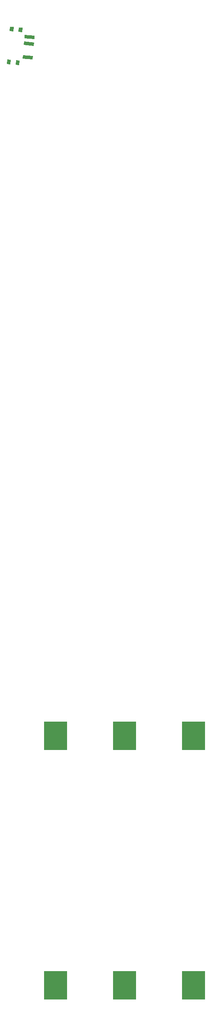
<source format=gbr>
G04 EAGLE Gerber RS-274X export*
G75*
%MOMM*%
%FSLAX34Y34*%
%LPD*%
%INSolderpaste Bottom*%
%IPPOS*%
%AMOC8*
5,1,8,0,0,1.08239X$1,22.5*%
G01*
%ADD10R,2.209800X0.762000*%
%ADD11R,0.812800X0.990600*%
%ADD12R,5.080000X6.350000*%


D10*
G36*
X-199046Y-560356D02*
X-221059Y-558430D01*
X-220394Y-550840D01*
X-198381Y-552766D01*
X-199046Y-560356D01*
G37*
G36*
X-200353Y-575299D02*
X-222366Y-573373D01*
X-221701Y-565783D01*
X-199688Y-567709D01*
X-200353Y-575299D01*
G37*
G36*
X-202968Y-605185D02*
X-224981Y-603259D01*
X-224316Y-595669D01*
X-202303Y-597595D01*
X-202968Y-605185D01*
G37*
D11*
G36*
X-251748Y-616118D02*
X-259844Y-615409D01*
X-258980Y-605542D01*
X-250884Y-606251D01*
X-251748Y-616118D01*
G37*
G36*
X-232522Y-617800D02*
X-240618Y-617091D01*
X-239754Y-607224D01*
X-231658Y-607933D01*
X-232522Y-617800D01*
G37*
G36*
X-245386Y-543396D02*
X-253482Y-542687D01*
X-252618Y-532820D01*
X-244522Y-533529D01*
X-245386Y-543396D01*
G37*
G36*
X-226160Y-545078D02*
X-234256Y-544369D01*
X-233392Y-534502D01*
X-225296Y-535211D01*
X-226160Y-545078D01*
G37*
D12*
X-152400Y-2099183D03*
X-152400Y-2650617D03*
X0Y-2650617D03*
X0Y-2099183D03*
X152400Y-2099183D03*
X152400Y-2650617D03*
M02*

</source>
